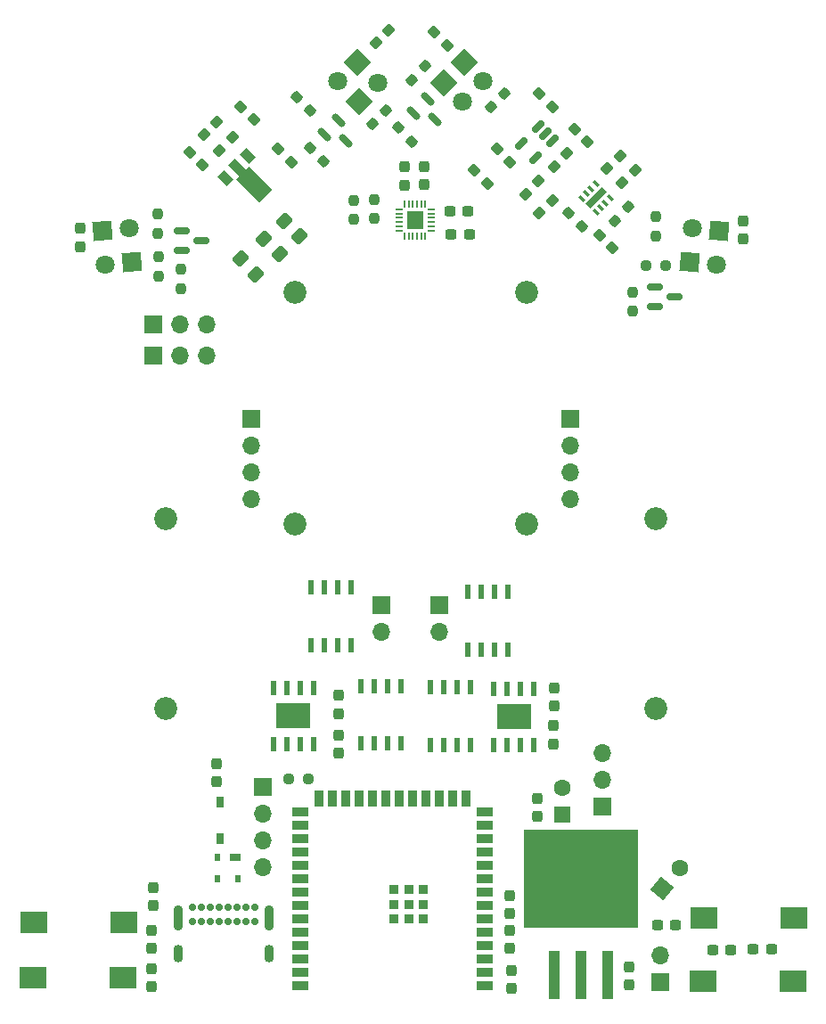
<source format=gts>
%TF.GenerationSoftware,KiCad,Pcbnew,7.0.9*%
%TF.CreationDate,2024-01-15T17:26:04-08:00*%
%TF.ProjectId,mercury_2ir,6d657263-7572-4795-9f32-69722e6b6963,rev?*%
%TF.SameCoordinates,Original*%
%TF.FileFunction,Soldermask,Top*%
%TF.FilePolarity,Negative*%
%FSLAX46Y46*%
G04 Gerber Fmt 4.6, Leading zero omitted, Abs format (unit mm)*
G04 Created by KiCad (PCBNEW 7.0.9) date 2024-01-15 17:26:04*
%MOMM*%
%LPD*%
G01*
G04 APERTURE LIST*
G04 Aperture macros list*
%AMRoundRect*
0 Rectangle with rounded corners*
0 $1 Rounding radius*
0 $2 $3 $4 $5 $6 $7 $8 $9 X,Y pos of 4 corners*
0 Add a 4 corners polygon primitive as box body*
4,1,4,$2,$3,$4,$5,$6,$7,$8,$9,$2,$3,0*
0 Add four circle primitives for the rounded corners*
1,1,$1+$1,$2,$3*
1,1,$1+$1,$4,$5*
1,1,$1+$1,$6,$7*
1,1,$1+$1,$8,$9*
0 Add four rect primitives between the rounded corners*
20,1,$1+$1,$2,$3,$4,$5,0*
20,1,$1+$1,$4,$5,$6,$7,0*
20,1,$1+$1,$6,$7,$8,$9,0*
20,1,$1+$1,$8,$9,$2,$3,0*%
%AMRotRect*
0 Rectangle, with rotation*
0 The origin of the aperture is its center*
0 $1 length*
0 $2 width*
0 $3 Rotation angle, in degrees counterclockwise*
0 Add horizontal line*
21,1,$1,$2,0,0,$3*%
%AMFreePoly0*
4,1,9,3.862500,-0.866500,0.737500,-0.866500,0.737500,-0.450000,-0.737500,-0.450000,-0.737500,0.450000,0.737500,0.450000,0.737500,0.866500,3.862500,0.866500,3.862500,-0.866500,3.862500,-0.866500,$1*%
G04 Aperture macros list end*
%ADD10C,0.700000*%
%ADD11O,0.900000X2.400000*%
%ADD12O,0.900000X1.700000*%
%ADD13R,1.700000X1.700000*%
%ADD14O,1.700000X1.700000*%
%ADD15R,1.600000X1.600000*%
%ADD16C,1.600000*%
%ADD17RoundRect,0.237500X-0.250000X-0.237500X0.250000X-0.237500X0.250000X0.237500X-0.250000X0.237500X0*%
%ADD18RoundRect,0.237500X-0.237500X0.300000X-0.237500X-0.300000X0.237500X-0.300000X0.237500X0.300000X0*%
%ADD19RoundRect,0.237500X-0.044194X-0.380070X0.380070X0.044194X0.044194X0.380070X-0.380070X-0.044194X0*%
%ADD20R,1.100000X4.600000*%
%ADD21C,1.524000*%
%ADD22R,10.800000X9.400000*%
%ADD23RotRect,1.600000X1.600000X50.000000*%
%ADD24C,2.184400*%
%ADD25RoundRect,0.250000X-0.548008X-0.088388X-0.088388X-0.548008X0.548008X0.088388X0.088388X0.548008X0*%
%ADD26RoundRect,0.237500X0.237500X-0.300000X0.237500X0.300000X-0.237500X0.300000X-0.237500X-0.300000X0*%
%ADD27RotRect,1.800000X1.800000X185.000000*%
%ADD28C,1.800000*%
%ADD29R,0.558800X1.460500*%
%ADD30R,2.500000X2.000000*%
%ADD31R,1.000000X0.700000*%
%ADD32R,0.600000X0.700000*%
%ADD33RoundRect,0.237500X0.300000X0.237500X-0.300000X0.237500X-0.300000X-0.237500X0.300000X-0.237500X0*%
%ADD34RoundRect,0.237500X-0.371231X0.035355X0.035355X-0.371231X0.371231X-0.035355X-0.035355X0.371231X0*%
%ADD35RoundRect,0.237500X0.044194X0.380070X-0.380070X-0.044194X-0.044194X-0.380070X0.380070X0.044194X0*%
%ADD36R,1.498600X0.889000*%
%ADD37R,0.889000X1.498600*%
%ADD38R,0.889000X0.889000*%
%ADD39RoundRect,0.237500X-0.237500X0.250000X-0.237500X-0.250000X0.237500X-0.250000X0.237500X0.250000X0*%
%ADD40RoundRect,0.150000X0.256326X0.468458X-0.468458X-0.256326X-0.256326X-0.468458X0.468458X0.256326X0*%
%ADD41RoundRect,0.237500X-0.344715X0.008839X0.008839X-0.344715X0.344715X-0.008839X-0.008839X0.344715X0*%
%ADD42RoundRect,0.150000X-0.521491X0.309359X0.309359X-0.521491X0.521491X-0.309359X-0.309359X0.521491X0*%
%ADD43RoundRect,0.237500X0.237500X-0.250000X0.237500X0.250000X-0.237500X0.250000X-0.237500X-0.250000X0*%
%ADD44RotRect,1.800000X1.800000X175.000000*%
%ADD45RoundRect,0.237500X0.344715X-0.008839X-0.008839X0.344715X-0.344715X0.008839X0.008839X-0.344715X0*%
%ADD46RoundRect,0.237500X-0.380070X0.044194X0.044194X-0.380070X0.380070X-0.044194X-0.044194X0.380070X0*%
%ADD47R,0.482600X1.371600*%
%ADD48R,3.200400X2.413000*%
%ADD49RoundRect,0.237500X0.250000X0.237500X-0.250000X0.237500X-0.250000X-0.237500X0.250000X-0.237500X0*%
%ADD50RoundRect,0.237500X0.380070X-0.044194X-0.044194X0.380070X-0.380070X0.044194X0.044194X-0.380070X0*%
%ADD51RoundRect,0.237500X-0.008839X-0.344715X0.344715X0.008839X0.008839X0.344715X-0.344715X-0.008839X0*%
%ADD52R,0.660400X1.117600*%
%ADD53RotRect,1.300000X0.900000X315.000000*%
%ADD54FreePoly0,315.000000*%
%ADD55RoundRect,0.237500X0.008839X0.344715X-0.344715X-0.008839X-0.008839X-0.344715X0.344715X0.008839X0*%
%ADD56RoundRect,0.237500X-0.035355X-0.371231X0.371231X0.035355X0.035355X0.371231X-0.371231X-0.035355X0*%
%ADD57RoundRect,0.237500X0.371231X-0.035355X-0.035355X0.371231X-0.371231X0.035355X0.035355X-0.371231X0*%
%ADD58RoundRect,0.237500X-0.300000X-0.237500X0.300000X-0.237500X0.300000X0.237500X-0.300000X0.237500X0*%
%ADD59RoundRect,0.150000X-0.587500X-0.150000X0.587500X-0.150000X0.587500X0.150000X-0.587500X0.150000X0*%
%ADD60RotRect,1.800000X1.800000X135.000000*%
%ADD61RotRect,0.599999X0.299999X135.000000*%
%ADD62RotRect,0.599999X2.250001X135.000000*%
%ADD63RotRect,1.800000X1.800000X45.000000*%
%ADD64R,0.203200X0.660400*%
%ADD65R,0.660400X0.203200*%
%ADD66R,1.600200X1.752600*%
%ADD67RotRect,1.800000X1.800000X315.000000*%
%ADD68RotRect,1.800000X1.800000X355.000000*%
%ADD69RotRect,1.800000X1.800000X225.000000*%
G04 APERTURE END LIST*
D10*
%TO.C,J3*%
X106225000Y-149415000D03*
X107075000Y-149415000D03*
X107925000Y-149415000D03*
X108775000Y-149415000D03*
X109625000Y-149415000D03*
X110475000Y-149415000D03*
X111325000Y-149415000D03*
X112175000Y-149415000D03*
X112175000Y-150765000D03*
X111325000Y-150765000D03*
X110475000Y-150765000D03*
X109625000Y-150765000D03*
X108775000Y-150765000D03*
X107925000Y-150765000D03*
X107075000Y-150765000D03*
X106225000Y-150765000D03*
D11*
X104875000Y-150395000D03*
D12*
X104875000Y-153775000D03*
D11*
X113525000Y-150395000D03*
D12*
X113525000Y-153775000D03*
%TD*%
D13*
%TO.C,J2*%
X112910000Y-137960000D03*
D14*
X112910000Y-140500000D03*
X112910000Y-143040000D03*
X112910000Y-145580000D03*
%TD*%
D15*
%TO.C,C46*%
X141420000Y-140590000D03*
D16*
X141420000Y-138090000D03*
%TD*%
D17*
%TO.C,R11*%
X115447500Y-137210000D03*
X117272500Y-137210000D03*
%TD*%
D18*
%TO.C,C26*%
X136425000Y-148287500D03*
X136425000Y-150012500D03*
%TD*%
D19*
%TO.C,C16*%
X139210120Y-83439880D03*
X140429880Y-82220120D03*
%TD*%
D20*
%TO.C,U8*%
X145737500Y-155875000D03*
D21*
X146753500Y-143750000D03*
X144721500Y-143750000D03*
X142689500Y-143750000D03*
X140657500Y-143750000D03*
X138625500Y-143750000D03*
X146753500Y-145782000D03*
X144721500Y-145782000D03*
X142689500Y-145782000D03*
X140657500Y-145782000D03*
X138625500Y-145782000D03*
D22*
X143197500Y-146725000D03*
D21*
X146753500Y-147814000D03*
X144721500Y-147814000D03*
X142689500Y-147814000D03*
X140657500Y-147814000D03*
X138625500Y-147814000D03*
X146753500Y-149846000D03*
X144721500Y-149846000D03*
X142689500Y-149846000D03*
X140657500Y-149846000D03*
X138625500Y-149846000D03*
D20*
X143197500Y-155875000D03*
X140657500Y-155875000D03*
%TD*%
D16*
%TO.C,C47*%
X152554874Y-145663591D03*
D23*
X150922193Y-147609344D03*
%TD*%
D24*
%TO.C,MH2*%
X150300000Y-112500000D03*
X150300000Y-130500000D03*
%TD*%
D25*
%TO.C,D9*%
X110800216Y-87800216D03*
X112249784Y-89249784D03*
%TD*%
D26*
%TO.C,C28*%
X126425000Y-80787500D03*
X126425000Y-79062500D03*
%TD*%
D27*
%TO.C,Q5*%
X97734833Y-85110688D03*
D28*
X100265167Y-84889312D03*
%TD*%
D26*
%TO.C,C19*%
X102375000Y-153287500D03*
X102375000Y-151562500D03*
%TD*%
D18*
%TO.C,C42*%
X139060000Y-139077500D03*
X139060000Y-140802500D03*
%TD*%
D13*
%TO.C,J1*%
X150675000Y-156550000D03*
D14*
X150675000Y-154010000D03*
%TD*%
D29*
%TO.C,U3*%
X122245000Y-133824150D03*
X123515000Y-133824150D03*
X124785000Y-133824150D03*
X126055000Y-133824150D03*
X126055000Y-128375850D03*
X124785000Y-128375850D03*
X123515000Y-128375850D03*
X122245000Y-128375850D03*
%TD*%
D30*
%TO.C,SW3*%
X163380000Y-150450000D03*
X154820000Y-150450000D03*
%TD*%
D29*
%TO.C,U1*%
X136255000Y-119450850D03*
X134985000Y-119450850D03*
X133715000Y-119450850D03*
X132445000Y-119450850D03*
X132445000Y-124899150D03*
X133715000Y-124899150D03*
X134985000Y-124899150D03*
X136255000Y-124899150D03*
%TD*%
D31*
%TO.C,D7*%
X110340000Y-144660000D03*
D32*
X108640000Y-144660000D03*
X108640000Y-146660000D03*
X110540000Y-146660000D03*
%TD*%
D25*
%TO.C,D6*%
X114965216Y-84185216D03*
X116414784Y-85634784D03*
%TD*%
D24*
%TO.C,MH2*%
X103700000Y-112500000D03*
X103700000Y-130500000D03*
%TD*%
D19*
%TO.C,C45*%
X145657800Y-79248696D03*
X146877560Y-78028936D03*
%TD*%
D33*
%TO.C,C30*%
X132562500Y-85500000D03*
X130837500Y-85500000D03*
%TD*%
D34*
%TO.C,L2*%
X110871282Y-73331282D03*
X112108718Y-74568718D03*
%TD*%
D26*
%TO.C,C25*%
X102500000Y-149232500D03*
X102500000Y-147507500D03*
%TD*%
D33*
%TO.C,C40*%
X152162500Y-151075000D03*
X150437500Y-151075000D03*
%TD*%
D19*
%TO.C,C6*%
X108821186Y-77487266D03*
X110040946Y-76267506D03*
%TD*%
D35*
%TO.C,C10*%
X139134880Y-80415120D03*
X137915120Y-81634880D03*
%TD*%
D36*
%TO.C,U9*%
X134050300Y-156859940D03*
X134050300Y-155589940D03*
X134050300Y-154319940D03*
X134050300Y-153049940D03*
X134050300Y-151779940D03*
X134050300Y-150509940D03*
X134050300Y-149239940D03*
X134050300Y-147969940D03*
X134050300Y-146699940D03*
X134050300Y-145429940D03*
X134050300Y-144159940D03*
X134050300Y-142889940D03*
X134050300Y-141619940D03*
X134050300Y-140349940D03*
D37*
X132285000Y-139100260D03*
X131015000Y-139100260D03*
X129745000Y-139100260D03*
X128475000Y-139100260D03*
X127205000Y-139100260D03*
X125935000Y-139100260D03*
X124665000Y-139100260D03*
X123395000Y-139100260D03*
X122125000Y-139100260D03*
X120855000Y-139100260D03*
X119585000Y-139100260D03*
X118315000Y-139100260D03*
D36*
X116549700Y-140349940D03*
X116549700Y-141619940D03*
X116549700Y-142889940D03*
X116549700Y-144159940D03*
X116549700Y-145429940D03*
X116549700Y-146699940D03*
X116549700Y-147969940D03*
X116549700Y-149239940D03*
X116549700Y-150509940D03*
X116549700Y-151779940D03*
X116549700Y-153049940D03*
X116549700Y-154319940D03*
X116549700Y-155589940D03*
X116549700Y-156859940D03*
D38*
X126801140Y-149140880D03*
X126801140Y-150540420D03*
X128200680Y-150540420D03*
X128200680Y-149140880D03*
X128200680Y-147741340D03*
X126801140Y-147741340D03*
X125401600Y-147741340D03*
X125401600Y-149140880D03*
X125401600Y-150540420D03*
%TD*%
D39*
%TO.C,R16*%
X123575000Y-82137500D03*
X123575000Y-83962500D03*
%TD*%
D40*
%TO.C,U6*%
X140451085Y-76617417D03*
X139779334Y-75945666D03*
X139107583Y-75273915D03*
X137498915Y-76882583D03*
X138842417Y-78226085D03*
%TD*%
D41*
%TO.C,R6*%
X125829765Y-75354765D03*
X127120235Y-76645235D03*
%TD*%
D26*
%TO.C,C35*%
X120125000Y-134762500D03*
X120125000Y-133037500D03*
%TD*%
D42*
%TO.C,Q8*%
X120133839Y-74615336D03*
X118790336Y-75958839D03*
X120787913Y-76612913D03*
%TD*%
D43*
%TO.C,R1*%
X103050000Y-89437500D03*
X103050000Y-87612500D03*
%TD*%
D33*
%TO.C,C14*%
X161262500Y-153350000D03*
X159537500Y-153350000D03*
%TD*%
D24*
%TO.C,*%
X138000000Y-91000000D03*
%TD*%
D44*
%TO.C,Q4*%
X156265167Y-85110688D03*
D28*
X153734833Y-84889312D03*
%TD*%
D45*
%TO.C,R10*%
X117420235Y-73695235D03*
X116129765Y-72404765D03*
%TD*%
D46*
%TO.C,C9*%
X142560120Y-75490120D03*
X143779880Y-76709880D03*
%TD*%
D18*
%TO.C,C23*%
X102375000Y-155212500D03*
X102375000Y-156937500D03*
%TD*%
D14*
%TO.C,J9*%
X107580000Y-97000000D03*
X105040000Y-97000000D03*
D13*
X102500000Y-97000000D03*
%TD*%
D26*
%TO.C,C29*%
X128275000Y-80737500D03*
X128275000Y-79012500D03*
%TD*%
D47*
%TO.C,U11*%
X138730000Y-128658000D03*
X137460000Y-128658000D03*
X136190000Y-128658000D03*
X134920000Y-128658000D03*
X134920000Y-133992000D03*
X136190000Y-133992000D03*
X137460000Y-133992000D03*
X138730000Y-133992000D03*
D48*
X136825000Y-131325000D03*
%TD*%
D42*
%TO.C,Q3*%
X128633839Y-72590336D03*
X127290336Y-73933839D03*
X129287913Y-74587913D03*
%TD*%
D49*
%TO.C,R3*%
X151187500Y-88475000D03*
X149362500Y-88475000D03*
%TD*%
D39*
%TO.C,R15*%
X121575000Y-82237500D03*
X121575000Y-84062500D03*
%TD*%
D50*
%TO.C,C3*%
X130459880Y-67509880D03*
X129240120Y-66290120D03*
%TD*%
D51*
%TO.C,R46*%
X146379765Y-84170235D03*
X147670235Y-82879765D03*
%TD*%
D47*
%TO.C,U7*%
X117755000Y-128558000D03*
X116485000Y-128558000D03*
X115215000Y-128558000D03*
X113945000Y-128558000D03*
X113945000Y-133892000D03*
X115215000Y-133892000D03*
X116485000Y-133892000D03*
X117755000Y-133892000D03*
D48*
X115850000Y-131225000D03*
%TD*%
D52*
%TO.C,D8*%
X108860000Y-139398200D03*
X108860000Y-142841800D03*
%TD*%
D19*
%TO.C,C4*%
X123665120Y-67309880D03*
X124884880Y-66090120D03*
%TD*%
D26*
%TO.C,C1*%
X158550000Y-85912500D03*
X158550000Y-84187500D03*
%TD*%
D24*
%TO.C,*%
X138000000Y-113000000D03*
%TD*%
D13*
%TO.C,J6*%
X111850000Y-103000000D03*
D14*
X111850000Y-105540000D03*
X111850000Y-108080000D03*
X111850000Y-110620000D03*
%TD*%
D43*
%TO.C,R8*%
X102987500Y-85387500D03*
X102987500Y-83562500D03*
%TD*%
D26*
%TO.C,C2*%
X95587500Y-86637500D03*
X95587500Y-84912500D03*
%TD*%
D18*
%TO.C,C49*%
X140600000Y-128537500D03*
X140600000Y-130262500D03*
%TD*%
D19*
%TO.C,C44*%
X147107800Y-80573696D03*
X148327560Y-79353936D03*
%TD*%
D53*
%TO.C,U5*%
X111475000Y-78000000D03*
D54*
X110476212Y-79122532D03*
D53*
X109353680Y-80121320D03*
%TD*%
D50*
%TO.C,C5*%
X107190946Y-78887266D03*
X105971186Y-77667506D03*
%TD*%
D33*
%TO.C,C31*%
X132437500Y-83250000D03*
X130712500Y-83250000D03*
%TD*%
D55*
%TO.C,R23*%
X124645235Y-73679765D03*
X123354765Y-74970235D03*
%TD*%
D24*
%TO.C,*%
X116000000Y-91000000D03*
%TD*%
D41*
%TO.C,R45*%
X141979765Y-83454765D03*
X143270235Y-84745235D03*
%TD*%
D56*
%TO.C,L3*%
X140610185Y-79003903D03*
X141847621Y-77766467D03*
%TD*%
D25*
%TO.C,D4*%
X113075216Y-85925216D03*
X114524784Y-87374784D03*
%TD*%
D57*
%TO.C,L1*%
X115618718Y-78593718D03*
X114381282Y-77356282D03*
%TD*%
D58*
%TO.C,C15*%
X155712500Y-153450000D03*
X157437500Y-153450000D03*
%TD*%
D19*
%TO.C,C7*%
X107371186Y-76012266D03*
X108590946Y-74792506D03*
%TD*%
D50*
%TO.C,C13*%
X134249880Y-80619880D03*
X133030120Y-79400120D03*
%TD*%
D26*
%TO.C,C50*%
X140575000Y-133887500D03*
X140575000Y-132162499D03*
%TD*%
D13*
%TO.C,J5*%
X124250000Y-120730000D03*
D14*
X124250000Y-123270000D03*
%TD*%
D59*
%TO.C,Q2*%
X150212500Y-90450000D03*
X150212500Y-92350000D03*
X152087500Y-91400000D03*
%TD*%
D60*
%TO.C,Q6*%
X132101974Y-69101974D03*
D28*
X133898026Y-70898026D03*
%TD*%
D50*
%TO.C,C12*%
X136429880Y-78589880D03*
X135210120Y-77370120D03*
%TD*%
D13*
%TO.C,J7*%
X142150000Y-103000000D03*
D14*
X142150000Y-105540000D03*
X142150000Y-108080000D03*
X142150000Y-110620000D03*
%TD*%
D30*
%TO.C,SW4*%
X163305000Y-156400000D03*
X154745000Y-156400000D03*
%TD*%
D61*
%TO.C,U12*%
X144575000Y-83400000D03*
X145034620Y-82940380D03*
X145494240Y-82480760D03*
X145953861Y-82021140D03*
X144610356Y-80677635D03*
X144150736Y-81137256D03*
X143691116Y-81596876D03*
X143231496Y-82056496D03*
D62*
X144592680Y-82038816D03*
%TD*%
D63*
%TO.C,D5*%
X122101974Y-72898026D03*
D28*
X123898026Y-71101974D03*
%TD*%
D26*
%TO.C,C20*%
X136375000Y-153337500D03*
X136375000Y-151612500D03*
%TD*%
D59*
%TO.C,Q1*%
X105212500Y-85100000D03*
X105212500Y-87000000D03*
X107087500Y-86050000D03*
%TD*%
D64*
%TO.C,U10*%
X126400999Y-85624000D03*
X126801001Y-85624000D03*
X127201000Y-85624000D03*
X127601000Y-85624000D03*
X128000999Y-85624000D03*
X128401001Y-85624000D03*
D65*
X128925000Y-85100001D03*
X128925000Y-84699999D03*
X128925000Y-84300000D03*
X128925000Y-83900000D03*
X128925000Y-83500001D03*
X128925000Y-83099999D03*
D64*
X128401001Y-82576000D03*
X128000999Y-82576000D03*
X127601000Y-82576000D03*
X127201000Y-82576000D03*
X126801001Y-82576000D03*
X126400999Y-82576000D03*
D65*
X125877000Y-83099999D03*
X125877000Y-83500001D03*
X125877000Y-83900000D03*
X125877000Y-84300000D03*
X125877000Y-84699999D03*
X125877000Y-85100001D03*
D66*
X127401000Y-84100000D03*
%TD*%
D39*
%TO.C,R4*%
X148125000Y-90962500D03*
X148125000Y-92787500D03*
%TD*%
%TO.C,R2*%
X105170000Y-88807500D03*
X105170000Y-90632500D03*
%TD*%
D14*
%TO.C,J10*%
X107580000Y-94000000D03*
X105040000Y-94000000D03*
D13*
X102500000Y-94000000D03*
%TD*%
D27*
%TO.C,D1*%
X100515167Y-88139312D03*
D28*
X97984833Y-88360688D03*
%TD*%
D13*
%TO.C,J4*%
X129750000Y-120730000D03*
D14*
X129750000Y-123270000D03*
%TD*%
D50*
%TO.C,C11*%
X140439880Y-73349880D03*
X139220120Y-72130120D03*
%TD*%
D51*
%TO.C,R9*%
X134584765Y-73365235D03*
X135875235Y-72074765D03*
%TD*%
D28*
%TO.C,D3*%
X131898026Y-72898026D03*
D67*
X130101974Y-71101974D03*
%TD*%
D30*
%TO.C,SW1*%
X91095000Y-156075000D03*
X99655000Y-156075000D03*
%TD*%
D26*
%TO.C,C22*%
X147725000Y-155037500D03*
X147725000Y-156762500D03*
%TD*%
D13*
%TO.C,J8*%
X145225000Y-139800000D03*
D14*
X145225000Y-137260000D03*
X145225000Y-134720000D03*
%TD*%
D55*
%TO.C,R5*%
X128395235Y-69504765D03*
X127104765Y-70795235D03*
%TD*%
D43*
%TO.C,R7*%
X150300000Y-85637500D03*
X150300000Y-83812500D03*
%TD*%
D46*
%TO.C,C43*%
X144915120Y-85540120D03*
X146134880Y-86759880D03*
%TD*%
D29*
%TO.C,U4*%
X121300000Y-119025850D03*
X120030000Y-119025850D03*
X118760000Y-119025850D03*
X117490000Y-119025850D03*
X117490000Y-124474150D03*
X118760000Y-124474150D03*
X120030000Y-124474150D03*
X121300000Y-124474150D03*
%TD*%
D30*
%TO.C,SW2*%
X91220000Y-150825000D03*
X99780000Y-150825000D03*
%TD*%
D68*
%TO.C,D2*%
X153484833Y-88139312D03*
D28*
X156015167Y-88360688D03*
%TD*%
D24*
%TO.C,*%
X116000000Y-113000000D03*
%TD*%
D29*
%TO.C,U2*%
X128840000Y-133973300D03*
X130110000Y-133973300D03*
X131380000Y-133973300D03*
X132650000Y-133973300D03*
X132650000Y-128525000D03*
X131380000Y-128525000D03*
X130110000Y-128525000D03*
X128840000Y-128525000D03*
%TD*%
D26*
%TO.C,C41*%
X108580000Y-137462500D03*
X108580000Y-135737500D03*
%TD*%
D18*
%TO.C,C21*%
X136575000Y-155387500D03*
X136575000Y-157112500D03*
%TD*%
%TO.C,C48*%
X120125000Y-129262500D03*
X120125000Y-130987500D03*
%TD*%
D28*
%TO.C,Q7*%
X120101974Y-70898026D03*
D69*
X121898026Y-69101974D03*
%TD*%
D41*
%TO.C,R22*%
X117454765Y-77279765D03*
X118745235Y-78570235D03*
%TD*%
M02*

</source>
